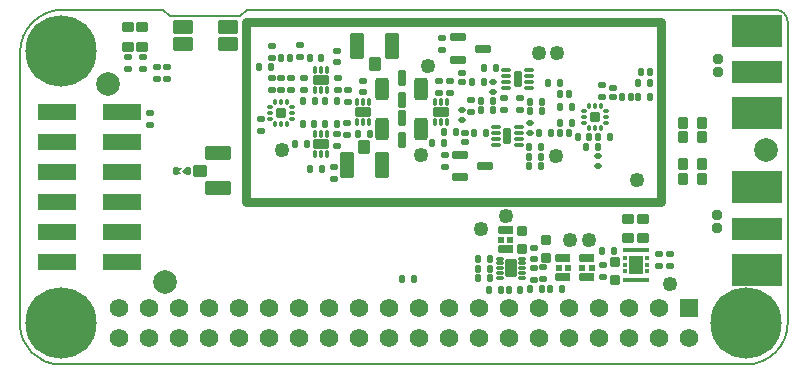
<source format=gts>
G04*
G04 #@! TF.GenerationSoftware,Altium Limited,CircuitStudio,1.5.2 (30)*
G04*
G04 Layer_Color=3394611*
%FSLAX25Y25*%
%MOIN*%
G70*
G01*
G75*
%ADD56C,0.00500*%
%ADD107C,0.03000*%
%ADD108C,0.04937*%
G04:AMPARAMS|DCode=109|XSize=52.02mil|YSize=27.02mil|CornerRadius=5.1mil|HoleSize=0mil|Usage=FLASHONLY|Rotation=90.000|XOffset=0mil|YOffset=0mil|HoleType=Round|Shape=RoundedRectangle|*
%AMROUNDEDRECTD109*
21,1,0.05202,0.01681,0,0,90.0*
21,1,0.04181,0.02702,0,0,90.0*
1,1,0.01021,0.00841,0.02091*
1,1,0.01021,0.00841,-0.02091*
1,1,0.01021,-0.00841,-0.02091*
1,1,0.01021,-0.00841,0.02091*
%
%ADD109ROUNDEDRECTD109*%
G04:AMPARAMS|DCode=110|XSize=73.87mil|YSize=43.95mil|CornerRadius=7.64mil|HoleSize=0mil|Usage=FLASHONLY|Rotation=90.000|XOffset=0mil|YOffset=0mil|HoleType=Round|Shape=RoundedRectangle|*
%AMROUNDEDRECTD110*
21,1,0.07387,0.02866,0,0,90.0*
21,1,0.05858,0.04395,0,0,90.0*
1,1,0.01528,0.01433,0.02929*
1,1,0.01528,0.01433,-0.02929*
1,1,0.01528,-0.01433,-0.02929*
1,1,0.01528,-0.01433,0.02929*
%
%ADD110ROUNDEDRECTD110*%
G04:AMPARAMS|DCode=111|XSize=67.96mil|YSize=44.34mil|CornerRadius=5.63mil|HoleSize=0mil|Usage=FLASHONLY|Rotation=180.000|XOffset=0mil|YOffset=0mil|HoleType=Round|Shape=RoundedRectangle|*
%AMROUNDEDRECTD111*
21,1,0.06796,0.03307,0,0,180.0*
21,1,0.05669,0.04434,0,0,180.0*
1,1,0.01127,-0.02835,0.01654*
1,1,0.01127,0.02835,0.01654*
1,1,0.01127,0.02835,-0.01654*
1,1,0.01127,-0.02835,-0.01654*
%
%ADD111ROUNDEDRECTD111*%
G04:AMPARAMS|DCode=112|XSize=26.38mil|YSize=22.44mil|CornerRadius=6.3mil|HoleSize=0mil|Usage=FLASHONLY|Rotation=180.000|XOffset=0mil|YOffset=0mil|HoleType=Round|Shape=RoundedRectangle|*
%AMROUNDEDRECTD112*
21,1,0.02638,0.00984,0,0,180.0*
21,1,0.01378,0.02244,0,0,180.0*
1,1,0.01260,-0.00689,0.00492*
1,1,0.01260,0.00689,0.00492*
1,1,0.01260,0.00689,-0.00492*
1,1,0.01260,-0.00689,-0.00492*
%
%ADD112ROUNDEDRECTD112*%
G04:AMPARAMS|DCode=113|XSize=26.38mil|YSize=22.44mil|CornerRadius=6.3mil|HoleSize=0mil|Usage=FLASHONLY|Rotation=270.000|XOffset=0mil|YOffset=0mil|HoleType=Round|Shape=RoundedRectangle|*
%AMROUNDEDRECTD113*
21,1,0.02638,0.00984,0,0,270.0*
21,1,0.01378,0.02244,0,0,270.0*
1,1,0.01260,-0.00492,-0.00689*
1,1,0.01260,-0.00492,0.00689*
1,1,0.01260,0.00492,0.00689*
1,1,0.01260,0.00492,-0.00689*
%
%ADD113ROUNDEDRECTD113*%
G04:AMPARAMS|DCode=114|XSize=35.43mil|YSize=30.32mil|CornerRadius=4.13mil|HoleSize=0mil|Usage=FLASHONLY|Rotation=180.000|XOffset=0mil|YOffset=0mil|HoleType=Round|Shape=RoundedRectangle|*
%AMROUNDEDRECTD114*
21,1,0.03543,0.02205,0,0,180.0*
21,1,0.02717,0.03032,0,0,180.0*
1,1,0.00827,-0.01358,0.01102*
1,1,0.00827,0.01358,0.01102*
1,1,0.00827,0.01358,-0.01102*
1,1,0.00827,-0.01358,-0.01102*
%
%ADD114ROUNDEDRECTD114*%
G04:AMPARAMS|DCode=115|XSize=34.89mil|YSize=39.61mil|CornerRadius=6.28mil|HoleSize=0mil|Usage=FLASHONLY|Rotation=270.000|XOffset=0mil|YOffset=0mil|HoleType=Round|Shape=RoundedRectangle|*
%AMROUNDEDRECTD115*
21,1,0.03489,0.02705,0,0,270.0*
21,1,0.02232,0.03961,0,0,270.0*
1,1,0.01257,-0.01352,-0.01116*
1,1,0.01257,-0.01352,0.01116*
1,1,0.01257,0.01352,0.01116*
1,1,0.01257,0.01352,-0.01116*
%
%ADD115ROUNDEDRECTD115*%
G04:AMPARAMS|DCode=116|XSize=34.89mil|YSize=39.61mil|CornerRadius=6.28mil|HoleSize=0mil|Usage=FLASHONLY|Rotation=180.000|XOffset=0mil|YOffset=0mil|HoleType=Round|Shape=RoundedRectangle|*
%AMROUNDEDRECTD116*
21,1,0.03489,0.02705,0,0,180.0*
21,1,0.02232,0.03961,0,0,180.0*
1,1,0.01257,-0.01116,0.01352*
1,1,0.01257,0.01116,0.01352*
1,1,0.01257,0.01116,-0.01352*
1,1,0.01257,-0.01116,-0.01352*
%
%ADD116ROUNDEDRECTD116*%
G04:AMPARAMS|DCode=117|XSize=30.56mil|YSize=30.56mil|CornerRadius=4.26mil|HoleSize=0mil|Usage=FLASHONLY|Rotation=270.000|XOffset=0mil|YOffset=0mil|HoleType=Round|Shape=RoundedRectangle|*
%AMROUNDEDRECTD117*
21,1,0.03056,0.02205,0,0,270.0*
21,1,0.02205,0.03056,0,0,270.0*
1,1,0.00851,-0.01102,-0.01102*
1,1,0.00851,-0.01102,0.01102*
1,1,0.00851,0.01102,0.01102*
1,1,0.00851,0.01102,-0.01102*
%
%ADD117ROUNDEDRECTD117*%
G04:AMPARAMS|DCode=118|XSize=16.93mil|YSize=25.76mil|CornerRadius=2.09mil|HoleSize=0mil|Usage=FLASHONLY|Rotation=180.000|XOffset=0mil|YOffset=0mil|HoleType=Round|Shape=RoundedRectangle|*
%AMROUNDEDRECTD118*
21,1,0.01693,0.02158,0,0,180.0*
21,1,0.01276,0.02576,0,0,180.0*
1,1,0.00417,-0.00638,0.01079*
1,1,0.00417,0.00638,0.01079*
1,1,0.00417,0.00638,-0.01079*
1,1,0.00417,-0.00638,-0.01079*
%
%ADD118ROUNDEDRECTD118*%
G04:AMPARAMS|DCode=119|XSize=16.93mil|YSize=25.76mil|CornerRadius=2.09mil|HoleSize=0mil|Usage=FLASHONLY|Rotation=90.000|XOffset=0mil|YOffset=0mil|HoleType=Round|Shape=RoundedRectangle|*
%AMROUNDEDRECTD119*
21,1,0.01693,0.02158,0,0,90.0*
21,1,0.01276,0.02576,0,0,90.0*
1,1,0.00417,0.01079,0.00638*
1,1,0.00417,0.01079,-0.00638*
1,1,0.00417,-0.01079,-0.00638*
1,1,0.00417,-0.01079,0.00638*
%
%ADD119ROUNDEDRECTD119*%
G04:AMPARAMS|DCode=120|XSize=26.38mil|YSize=20.47mil|CornerRadius=5.81mil|HoleSize=0mil|Usage=FLASHONLY|Rotation=270.000|XOffset=0mil|YOffset=0mil|HoleType=Round|Shape=RoundedRectangle|*
%AMROUNDEDRECTD120*
21,1,0.02638,0.00886,0,0,270.0*
21,1,0.01476,0.02047,0,0,270.0*
1,1,0.01161,-0.00443,-0.00738*
1,1,0.01161,-0.00443,0.00738*
1,1,0.01161,0.00443,0.00738*
1,1,0.01161,0.00443,-0.00738*
%
%ADD120ROUNDEDRECTD120*%
G04:AMPARAMS|DCode=121|XSize=26.38mil|YSize=20.47mil|CornerRadius=5.81mil|HoleSize=0mil|Usage=FLASHONLY|Rotation=180.000|XOffset=0mil|YOffset=0mil|HoleType=Round|Shape=RoundedRectangle|*
%AMROUNDEDRECTD121*
21,1,0.02638,0.00886,0,0,180.0*
21,1,0.01476,0.02047,0,0,180.0*
1,1,0.01161,-0.00738,0.00443*
1,1,0.01161,0.00738,0.00443*
1,1,0.01161,0.00738,-0.00443*
1,1,0.01161,-0.00738,-0.00443*
%
%ADD121ROUNDEDRECTD121*%
G04:AMPARAMS|DCode=122|XSize=50.24mil|YSize=26.61mil|CornerRadius=5.04mil|HoleSize=0mil|Usage=FLASHONLY|Rotation=90.000|XOffset=0mil|YOffset=0mil|HoleType=Round|Shape=RoundedRectangle|*
%AMROUNDEDRECTD122*
21,1,0.05024,0.01654,0,0,90.0*
21,1,0.04016,0.02661,0,0,90.0*
1,1,0.01008,0.00827,0.02008*
1,1,0.01008,0.00827,-0.02008*
1,1,0.01008,-0.00827,-0.02008*
1,1,0.01008,-0.00827,0.02008*
%
%ADD122ROUNDEDRECTD122*%
G04:AMPARAMS|DCode=123|XSize=12.84mil|YSize=32.52mil|CornerRadius=2.97mil|HoleSize=0mil|Usage=FLASHONLY|Rotation=90.000|XOffset=0mil|YOffset=0mil|HoleType=Round|Shape=RoundedRectangle|*
%AMROUNDEDRECTD123*
21,1,0.01284,0.02658,0,0,90.0*
21,1,0.00689,0.03252,0,0,90.0*
1,1,0.00595,0.01329,0.00345*
1,1,0.00595,0.01329,-0.00345*
1,1,0.00595,-0.01329,-0.00345*
1,1,0.00595,-0.01329,0.00345*
%
%ADD123ROUNDEDRECTD123*%
%ADD124C,0.07874*%
G04:AMPARAMS|DCode=125|XSize=50mil|YSize=26.38mil|CornerRadius=3.74mil|HoleSize=0mil|Usage=FLASHONLY|Rotation=180.000|XOffset=0mil|YOffset=0mil|HoleType=Round|Shape=RoundedRectangle|*
%AMROUNDEDRECTD125*
21,1,0.05000,0.01890,0,0,180.0*
21,1,0.04252,0.02638,0,0,180.0*
1,1,0.00748,-0.02126,0.00945*
1,1,0.00748,0.02126,0.00945*
1,1,0.00748,0.02126,-0.00945*
1,1,0.00748,-0.02126,-0.00945*
%
%ADD125ROUNDEDRECTD125*%
%ADD126R,0.01929X0.01850*%
%ADD127R,0.16796X0.10792*%
%ADD128R,0.16796X0.07308*%
G04:AMPARAMS|DCode=129|XSize=51.43mil|YSize=26.62mil|CornerRadius=4.45mil|HoleSize=0mil|Usage=FLASHONLY|Rotation=0.000|XOffset=0mil|YOffset=0mil|HoleType=Round|Shape=RoundedRectangle|*
%AMROUNDEDRECTD129*
21,1,0.05143,0.01772,0,0,0.0*
21,1,0.04252,0.02662,0,0,0.0*
1,1,0.00891,0.02126,-0.00886*
1,1,0.00891,-0.02126,-0.00886*
1,1,0.00891,-0.02126,0.00886*
1,1,0.00891,0.02126,0.00886*
%
%ADD129ROUNDEDRECTD129*%
G04:AMPARAMS|DCode=130|XSize=24.41mil|YSize=20.47mil|CornerRadius=5.81mil|HoleSize=0mil|Usage=FLASHONLY|Rotation=180.000|XOffset=0mil|YOffset=0mil|HoleType=Round|Shape=RoundedRectangle|*
%AMROUNDEDRECTD130*
21,1,0.02441,0.00886,0,0,180.0*
21,1,0.01280,0.02047,0,0,180.0*
1,1,0.01161,-0.00640,0.00443*
1,1,0.01161,0.00640,0.00443*
1,1,0.01161,0.00640,-0.00443*
1,1,0.01161,-0.00640,-0.00443*
%
%ADD130ROUNDEDRECTD130*%
%ADD131R,0.12795X0.05276*%
%ADD132R,0.01776X0.01678*%
%ADD133R,0.08568X0.01678*%
%ADD134R,0.04631X0.06206*%
G04:AMPARAMS|DCode=135|XSize=24.65mil|YSize=12.84mil|CornerRadius=2.97mil|HoleSize=0mil|Usage=FLASHONLY|Rotation=90.000|XOffset=0mil|YOffset=0mil|HoleType=Round|Shape=RoundedRectangle|*
%AMROUNDEDRECTD135*
21,1,0.02465,0.00689,0,0,90.0*
21,1,0.01870,0.01284,0,0,90.0*
1,1,0.00595,0.00345,0.00935*
1,1,0.00595,0.00345,-0.00935*
1,1,0.00595,-0.00345,-0.00935*
1,1,0.00595,-0.00345,0.00935*
%
%ADD135ROUNDEDRECTD135*%
G04:AMPARAMS|DCode=136|XSize=54.17mil|YSize=34.49mil|CornerRadius=6.22mil|HoleSize=0mil|Usage=FLASHONLY|Rotation=180.000|XOffset=0mil|YOffset=0mil|HoleType=Round|Shape=RoundedRectangle|*
%AMROUNDEDRECTD136*
21,1,0.05417,0.02205,0,0,180.0*
21,1,0.04173,0.03449,0,0,180.0*
1,1,0.01244,-0.02087,0.01102*
1,1,0.01244,0.02087,0.01102*
1,1,0.01244,0.02087,-0.01102*
1,1,0.01244,-0.02087,-0.01102*
%
%ADD136ROUNDEDRECTD136*%
G04:AMPARAMS|DCode=137|XSize=42.37mil|YSize=44.34mil|CornerRadius=5.44mil|HoleSize=0mil|Usage=FLASHONLY|Rotation=270.000|XOffset=0mil|YOffset=0mil|HoleType=Round|Shape=RoundedRectangle|*
%AMROUNDEDRECTD137*
21,1,0.04237,0.03347,0,0,270.0*
21,1,0.03150,0.04434,0,0,270.0*
1,1,0.01087,-0.01673,-0.01575*
1,1,0.01087,-0.01673,0.01575*
1,1,0.01087,0.01673,0.01575*
1,1,0.01087,0.01673,-0.01575*
%
%ADD137ROUNDEDRECTD137*%
G04:AMPARAMS|DCode=138|XSize=44.34mil|YSize=89.61mil|CornerRadius=5.63mil|HoleSize=0mil|Usage=FLASHONLY|Rotation=270.000|XOffset=0mil|YOffset=0mil|HoleType=Round|Shape=RoundedRectangle|*
%AMROUNDEDRECTD138*
21,1,0.04434,0.07835,0,0,270.0*
21,1,0.03307,0.08961,0,0,270.0*
1,1,0.01127,-0.03917,-0.01654*
1,1,0.01127,-0.03917,0.01654*
1,1,0.01127,0.03917,0.01654*
1,1,0.01127,0.03917,-0.01654*
%
%ADD138ROUNDEDRECTD138*%
G04:AMPARAMS|DCode=139|XSize=42.37mil|YSize=44.34mil|CornerRadius=5.44mil|HoleSize=0mil|Usage=FLASHONLY|Rotation=180.000|XOffset=0mil|YOffset=0mil|HoleType=Round|Shape=RoundedRectangle|*
%AMROUNDEDRECTD139*
21,1,0.04237,0.03347,0,0,180.0*
21,1,0.03150,0.04434,0,0,180.0*
1,1,0.01087,-0.01575,0.01673*
1,1,0.01087,0.01575,0.01673*
1,1,0.01087,0.01575,-0.01673*
1,1,0.01087,-0.01575,-0.01673*
%
%ADD139ROUNDEDRECTD139*%
G04:AMPARAMS|DCode=140|XSize=44.34mil|YSize=89.61mil|CornerRadius=5.63mil|HoleSize=0mil|Usage=FLASHONLY|Rotation=180.000|XOffset=0mil|YOffset=0mil|HoleType=Round|Shape=RoundedRectangle|*
%AMROUNDEDRECTD140*
21,1,0.04434,0.07835,0,0,180.0*
21,1,0.03307,0.08961,0,0,180.0*
1,1,0.01127,-0.01654,0.03917*
1,1,0.01127,0.01654,0.03917*
1,1,0.01127,0.01654,-0.03917*
1,1,0.01127,-0.01654,-0.03917*
%
%ADD140ROUNDEDRECTD140*%
G04:AMPARAMS|DCode=141|XSize=24.65mil|YSize=11.66mil|CornerRadius=2.37mil|HoleSize=0mil|Usage=FLASHONLY|Rotation=0.000|XOffset=0mil|YOffset=0mil|HoleType=Round|Shape=RoundedRectangle|*
%AMROUNDEDRECTD141*
21,1,0.02465,0.00693,0,0,0.0*
21,1,0.01992,0.01166,0,0,0.0*
1,1,0.00473,0.00996,-0.00347*
1,1,0.00473,-0.00996,-0.00347*
1,1,0.00473,-0.00996,0.00347*
1,1,0.00473,0.00996,0.00347*
%
%ADD141ROUNDEDRECTD141*%
G04:AMPARAMS|DCode=142|XSize=38.43mil|YSize=62.06mil|CornerRadius=5.04mil|HoleSize=0mil|Usage=FLASHONLY|Rotation=0.000|XOffset=0mil|YOffset=0mil|HoleType=Round|Shape=RoundedRectangle|*
%AMROUNDEDRECTD142*
21,1,0.03843,0.05197,0,0,0.0*
21,1,0.02835,0.06206,0,0,0.0*
1,1,0.01009,0.01417,-0.02598*
1,1,0.01009,-0.01417,-0.02598*
1,1,0.01009,-0.01417,0.02598*
1,1,0.01009,0.01417,0.02598*
%
%ADD142ROUNDEDRECTD142*%
G04:AMPARAMS|DCode=143|XSize=20.87mil|YSize=10.63mil|CornerRadius=4.53mil|HoleSize=0mil|Usage=FLASHONLY|Rotation=180.000|XOffset=0mil|YOffset=0mil|HoleType=Round|Shape=RoundedRectangle|*
%AMROUNDEDRECTD143*
21,1,0.02087,0.00158,0,0,180.0*
21,1,0.01181,0.01063,0,0,180.0*
1,1,0.00906,-0.00591,0.00079*
1,1,0.00906,0.00591,0.00079*
1,1,0.00906,0.00591,-0.00079*
1,1,0.00906,-0.00591,-0.00079*
%
%ADD143ROUNDEDRECTD143*%
G04:AMPARAMS|DCode=144|XSize=20.87mil|YSize=10.63mil|CornerRadius=4.53mil|HoleSize=0mil|Usage=FLASHONLY|Rotation=270.000|XOffset=0mil|YOffset=0mil|HoleType=Round|Shape=RoundedRectangle|*
%AMROUNDEDRECTD144*
21,1,0.02087,0.00158,0,0,270.0*
21,1,0.01181,0.01063,0,0,270.0*
1,1,0.00906,-0.00079,-0.00591*
1,1,0.00906,-0.00079,0.00591*
1,1,0.00906,0.00079,0.00591*
1,1,0.00906,0.00079,-0.00591*
%
%ADD144ROUNDEDRECTD144*%
G04:AMPARAMS|DCode=145|XSize=34.25mil|YSize=34.25mil|CornerRadius=4.53mil|HoleSize=0mil|Usage=FLASHONLY|Rotation=270.000|XOffset=0mil|YOffset=0mil|HoleType=Round|Shape=RoundedRectangle|*
%AMROUNDEDRECTD145*
21,1,0.03425,0.02520,0,0,270.0*
21,1,0.02520,0.03425,0,0,270.0*
1,1,0.00906,-0.01260,-0.01260*
1,1,0.00906,-0.01260,0.01260*
1,1,0.00906,0.01260,0.01260*
1,1,0.00906,0.01260,-0.01260*
%
%ADD145ROUNDEDRECTD145*%
%ADD146C,0.23748*%
%ADD147R,0.06206X0.06206*%
%ADD148C,0.06206*%
%ADD149C,0.02662*%
G36*
X1088476Y764981D02*
X1087576Y764081D01*
Y763781D01*
X1088476Y762881D01*
Y762781D01*
X1086776D01*
Y765081D01*
X1088476D01*
Y764981D01*
D02*
G37*
G36*
X1090376Y762781D02*
X1089576D01*
X1088576Y763781D01*
Y764081D01*
X1089576Y765081D01*
X1090376D01*
Y762781D01*
D02*
G37*
D56*
X1290528Y813564D02*
G03*
X1286362Y817730I-4166J0D01*
G01*
X1048995D02*
G03*
X1034623Y803358I0J-14372D01*
G01*
X1034623Y712769D02*
G03*
X1047891Y699502I13268J0D01*
G01*
X1276749Y699502D02*
G03*
X1290528Y713281I0J13780D01*
G01*
X1107961Y815466D02*
X1110224Y817730D01*
X1048995D02*
X1082327D01*
X1084591Y815466D01*
X1290528Y767631D02*
Y813564D01*
X1110224Y817730D02*
X1286362D01*
X1290528Y713281D02*
Y718006D01*
X1034623Y796470D02*
Y803358D01*
X1084591Y815466D02*
X1107961D01*
X1290528Y718006D02*
Y767631D01*
X1034623Y712769D02*
X1034623Y796470D01*
X1047891Y699502D02*
X1276749Y699502D01*
D107*
X1109876Y813561D02*
X1248276D01*
Y753681D02*
Y813561D01*
X1109876Y753681D02*
X1248276D01*
X1109876D02*
Y813561D01*
D108*
X1251434Y726391D02*
D03*
X1224176Y740981D02*
D03*
X1188156Y744561D02*
D03*
X1217976Y740981D02*
D03*
X1170476Y798881D02*
D03*
X1213676Y803381D02*
D03*
X1207676D02*
D03*
X1168176Y769281D02*
D03*
X1121976Y770781D02*
D03*
X1213376Y769081D02*
D03*
X1240276Y761081D02*
D03*
X1196476Y748781D02*
D03*
D109*
X1161836Y774360D02*
D03*
Y781663D02*
D03*
X1161826Y787509D02*
D03*
Y794813D02*
D03*
D110*
X1168233Y778011D02*
D03*
X1155438D02*
D03*
X1168223Y791161D02*
D03*
X1155428D02*
D03*
D111*
X1103954Y806327D02*
D03*
Y812035D02*
D03*
X1088797Y806327D02*
D03*
Y812035D02*
D03*
D112*
X1185079Y783610D02*
D03*
Y787547D02*
D03*
X1118606Y805650D02*
D03*
Y801713D02*
D03*
X1127856Y805830D02*
D03*
Y801893D02*
D03*
X1140566Y790923D02*
D03*
Y794860D02*
D03*
X1148996Y794100D02*
D03*
Y790163D02*
D03*
X1195922Y788202D02*
D03*
Y784265D02*
D03*
X1201172Y788271D02*
D03*
Y784334D02*
D03*
X1228476Y792650D02*
D03*
Y788713D02*
D03*
X1174276Y793850D02*
D03*
Y789913D02*
D03*
X1177876D02*
D03*
Y793850D02*
D03*
X1143876Y787013D02*
D03*
Y790950D02*
D03*
X1143776Y780050D02*
D03*
Y776113D02*
D03*
X1139296Y761343D02*
D03*
Y765280D02*
D03*
X1129376Y791113D02*
D03*
Y795050D02*
D03*
X1140176Y804110D02*
D03*
Y800173D02*
D03*
X1083476Y794613D02*
D03*
Y798550D02*
D03*
X1205940Y727592D02*
D03*
Y731529D02*
D03*
X1228976Y732650D02*
D03*
Y728713D02*
D03*
X1205896Y738420D02*
D03*
Y734483D02*
D03*
X1247677Y732423D02*
D03*
Y736361D02*
D03*
X1140376Y776150D02*
D03*
Y772213D02*
D03*
X1118543Y795028D02*
D03*
Y791091D02*
D03*
X1124843D02*
D03*
Y795028D02*
D03*
X1121693Y791091D02*
D03*
Y795028D02*
D03*
X1115000Y781248D02*
D03*
Y777311D02*
D03*
X1078107Y783281D02*
D03*
Y779344D02*
D03*
D113*
X1135292Y764580D02*
D03*
X1131355D02*
D03*
X1118154Y798691D02*
D03*
X1114217D02*
D03*
X1135079Y801721D02*
D03*
X1131142D02*
D03*
X1188442Y784265D02*
D03*
X1192379D02*
D03*
X1189229Y798439D02*
D03*
X1193166D02*
D03*
X1176044Y773171D02*
D03*
X1172107D02*
D03*
X1240707Y793181D02*
D03*
X1244644D02*
D03*
X1218644Y785181D02*
D03*
X1214707D02*
D03*
X1214508Y793354D02*
D03*
X1210571D02*
D03*
X1214705Y779969D02*
D03*
X1218642D02*
D03*
X1180031Y776930D02*
D03*
X1176094D02*
D03*
X1204583Y783872D02*
D03*
X1208521D02*
D03*
X1189844Y776681D02*
D03*
X1185907D02*
D03*
X1208344Y771981D02*
D03*
X1204407D02*
D03*
X1147227Y776441D02*
D03*
X1151164D02*
D03*
X1185307Y793481D02*
D03*
X1189244D02*
D03*
X1208521Y787021D02*
D03*
X1204583D02*
D03*
X1188442Y787415D02*
D03*
X1192379D02*
D03*
X1207717Y776524D02*
D03*
X1211654D02*
D03*
X1128907Y787281D02*
D03*
X1132844D02*
D03*
X1126237Y772848D02*
D03*
X1130174D02*
D03*
X1197477Y724381D02*
D03*
X1201414D02*
D03*
X1187307Y731351D02*
D03*
X1191244D02*
D03*
X1223297Y771981D02*
D03*
X1227234D02*
D03*
X1224449Y775343D02*
D03*
X1220512D02*
D03*
X1227205D02*
D03*
X1231142D02*
D03*
X1240707Y788681D02*
D03*
X1244644D02*
D03*
X1140264Y779691D02*
D03*
X1136327D02*
D03*
X1140384Y787301D02*
D03*
X1136447D02*
D03*
X1128807Y779681D02*
D03*
X1132744D02*
D03*
X1165844Y727781D02*
D03*
X1161907D02*
D03*
D114*
X1209826Y741004D02*
D03*
Y735098D02*
D03*
X1201876Y738028D02*
D03*
Y743934D02*
D03*
X1232876Y727728D02*
D03*
Y733634D02*
D03*
D115*
X1242276Y748070D02*
D03*
Y741692D02*
D03*
X1237376Y748070D02*
D03*
Y741692D02*
D03*
X1070636Y811800D02*
D03*
Y805422D02*
D03*
X1075456Y811820D02*
D03*
Y805442D02*
D03*
D116*
X1262065Y766181D02*
D03*
X1255687D02*
D03*
X1262065Y761381D02*
D03*
X1255687D02*
D03*
X1262065Y775181D02*
D03*
X1255687D02*
D03*
X1262065Y779881D02*
D03*
X1255687D02*
D03*
D117*
X1266887Y749127D02*
D03*
Y744797D02*
D03*
X1267433Y801128D02*
D03*
Y796797D02*
D03*
D118*
X1121716Y801681D02*
D03*
X1124716D02*
D03*
X1217583Y789713D02*
D03*
X1214583D02*
D03*
X1241676Y796981D02*
D03*
X1244676D02*
D03*
X1217583Y776524D02*
D03*
X1214583D02*
D03*
X1235276Y788681D02*
D03*
X1238276D02*
D03*
D119*
X1232276Y791681D02*
D03*
Y788681D02*
D03*
X1181929Y796610D02*
D03*
Y793610D02*
D03*
X1182876Y773581D02*
D03*
Y776581D02*
D03*
D120*
X1190846Y724381D02*
D03*
X1194846D02*
D03*
X1232676Y737381D02*
D03*
X1228676D02*
D03*
X1191356Y734581D02*
D03*
X1187356D02*
D03*
X1187336Y728171D02*
D03*
X1191336D02*
D03*
X1215276Y724481D02*
D03*
X1211276D02*
D03*
X1208776D02*
D03*
X1204776D02*
D03*
X1208276Y765581D02*
D03*
X1204276D02*
D03*
X1204366Y768759D02*
D03*
X1208366D02*
D03*
X1086476Y763931D02*
D03*
X1090476D02*
D03*
D121*
X1251376Y736381D02*
D03*
Y732381D02*
D03*
X1209089Y731856D02*
D03*
Y727856D02*
D03*
X1175450Y804313D02*
D03*
Y808313D02*
D03*
X1176193Y765396D02*
D03*
Y769396D02*
D03*
X1070676Y802081D02*
D03*
Y798081D02*
D03*
X1075476Y802081D02*
D03*
Y798081D02*
D03*
X1080176Y798681D02*
D03*
Y794681D02*
D03*
D122*
X1197028Y775638D02*
D03*
X1200532Y794535D02*
D03*
D123*
X1200906Y772685D02*
D03*
Y774654D02*
D03*
Y776622D02*
D03*
Y778591D02*
D03*
X1193150Y772685D02*
D03*
Y774654D02*
D03*
Y776622D02*
D03*
Y778591D02*
D03*
X1196654Y797488D02*
D03*
Y795520D02*
D03*
Y793551D02*
D03*
Y791583D02*
D03*
X1204410Y797488D02*
D03*
Y795520D02*
D03*
Y793551D02*
D03*
Y791583D02*
D03*
D124*
X1063876Y793081D02*
D03*
X1082976Y726781D02*
D03*
X1283127Y770886D02*
D03*
D125*
X1215776Y734831D02*
D03*
Y728532D02*
D03*
X1196476Y744131D02*
D03*
Y737831D02*
D03*
X1223676Y734831D02*
D03*
Y728532D02*
D03*
D126*
X1214201Y731681D02*
D03*
X1217350D02*
D03*
X1194901Y740981D02*
D03*
X1198050D02*
D03*
X1222101Y731681D02*
D03*
X1225250D02*
D03*
D127*
X1280174Y783114D02*
D03*
Y810614D02*
D03*
Y730948D02*
D03*
Y758448D02*
D03*
D128*
Y796864D02*
D03*
Y744698D02*
D03*
D129*
X1180725Y808478D02*
D03*
X1189072Y804738D02*
D03*
X1180725Y800998D02*
D03*
X1181415Y769403D02*
D03*
X1189761Y765662D02*
D03*
X1181415Y761922D02*
D03*
D130*
X1227245Y768855D02*
D03*
Y765508D02*
D03*
X1192376Y793681D02*
D03*
Y790335D02*
D03*
X1204567Y776622D02*
D03*
Y779968D02*
D03*
X1181929Y784201D02*
D03*
Y780855D02*
D03*
D131*
X1046985Y783478D02*
D03*
Y773478D02*
D03*
Y763478D02*
D03*
Y753478D02*
D03*
Y743478D02*
D03*
Y733478D02*
D03*
X1068481Y783478D02*
D03*
Y773478D02*
D03*
Y763478D02*
D03*
Y753478D02*
D03*
Y743478D02*
D03*
Y733478D02*
D03*
D132*
X1236178Y734856D02*
D03*
Y732690D02*
D03*
Y730525D02*
D03*
X1243560D02*
D03*
Y732690D02*
D03*
Y734856D02*
D03*
D133*
X1239869Y737710D02*
D03*
Y727671D02*
D03*
D134*
Y732690D02*
D03*
D135*
X1172867Y780405D02*
D03*
X1174836D02*
D03*
X1176804D02*
D03*
Y787098D02*
D03*
X1174836D02*
D03*
X1172867D02*
D03*
X1147027Y780325D02*
D03*
X1148996D02*
D03*
X1150964D02*
D03*
Y787018D02*
D03*
X1148996D02*
D03*
X1147027D02*
D03*
X1137047Y776327D02*
D03*
X1135079D02*
D03*
X1133110D02*
D03*
Y769634D02*
D03*
X1135079D02*
D03*
X1137047D02*
D03*
X1133110Y790894D02*
D03*
X1135079D02*
D03*
X1137047D02*
D03*
Y797587D02*
D03*
X1135079D02*
D03*
X1133110D02*
D03*
D136*
X1174836Y783751D02*
D03*
X1148996Y783671D02*
D03*
X1135079Y772980D02*
D03*
Y794240D02*
D03*
D137*
X1094472Y763981D02*
D03*
D138*
X1100476Y769788D02*
D03*
Y758174D02*
D03*
D139*
X1149446Y772005D02*
D03*
X1152846Y799577D02*
D03*
D140*
X1155253Y766001D02*
D03*
X1143639D02*
D03*
X1147038Y805581D02*
D03*
X1158653D02*
D03*
D141*
X1194525Y734711D02*
D03*
Y733136D02*
D03*
Y731561D02*
D03*
Y729986D02*
D03*
Y728411D02*
D03*
X1202006D02*
D03*
Y729986D02*
D03*
Y731561D02*
D03*
Y733136D02*
D03*
Y734711D02*
D03*
D142*
X1198266Y731561D02*
D03*
D143*
X1125354Y781248D02*
D03*
Y783217D02*
D03*
Y785185D02*
D03*
X1118032D02*
D03*
Y783217D02*
D03*
Y781248D02*
D03*
X1222756Y784004D02*
D03*
Y782035D02*
D03*
Y780067D02*
D03*
X1230079D02*
D03*
Y782035D02*
D03*
Y784004D02*
D03*
D144*
X1123662Y786878D02*
D03*
X1121693D02*
D03*
X1119724D02*
D03*
Y779555D02*
D03*
X1121693D02*
D03*
X1123662D02*
D03*
X1224449Y778374D02*
D03*
X1226417D02*
D03*
X1228386D02*
D03*
Y785697D02*
D03*
X1226417D02*
D03*
X1224449D02*
D03*
D145*
X1121693Y783217D02*
D03*
X1226417Y782035D02*
D03*
D146*
X1276749Y713281D02*
D03*
X1048402Y803832D02*
D03*
Y713281D02*
D03*
D147*
X1257576Y718281D02*
D03*
D148*
Y708281D02*
D03*
X1247576Y718281D02*
D03*
Y708281D02*
D03*
X1237576Y718281D02*
D03*
Y708281D02*
D03*
X1227576Y718281D02*
D03*
Y708281D02*
D03*
X1217576Y718281D02*
D03*
Y708281D02*
D03*
X1207576Y718281D02*
D03*
Y708281D02*
D03*
X1197576Y718281D02*
D03*
Y708281D02*
D03*
X1187576Y718281D02*
D03*
Y708281D02*
D03*
X1177576Y718281D02*
D03*
Y708281D02*
D03*
X1167576Y718281D02*
D03*
Y708281D02*
D03*
X1157576Y718281D02*
D03*
Y708281D02*
D03*
X1147576Y718281D02*
D03*
Y708281D02*
D03*
X1137576Y718281D02*
D03*
Y708281D02*
D03*
X1127576Y718281D02*
D03*
Y708281D02*
D03*
X1117576Y718281D02*
D03*
Y708281D02*
D03*
X1107576Y718281D02*
D03*
Y708281D02*
D03*
X1067576D02*
D03*
Y718281D02*
D03*
X1077576Y708281D02*
D03*
Y718281D02*
D03*
X1087576Y708281D02*
D03*
Y718281D02*
D03*
X1097576Y708281D02*
D03*
Y718281D02*
D03*
D149*
X1088403Y812331D02*
D03*
X1104348D02*
D03*
M02*

</source>
